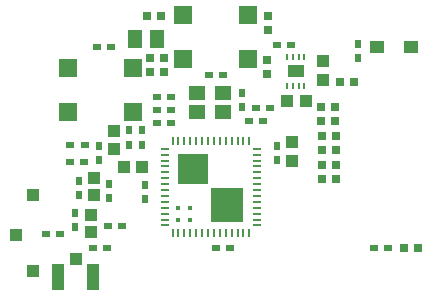
<source format=gbp>
G04 Layer_Color=128*
%FSLAX25Y25*%
%MOIN*%
G70*
G01*
G75*
%ADD43R,0.03150X0.02362*%
%ADD44R,0.03150X0.02756*%
%ADD45R,0.02756X0.03150*%
%ADD46R,0.05118X0.05906*%
%ADD47R,0.02362X0.03150*%
%ADD48R,0.05906X0.05906*%
%ADD49R,0.03937X0.03937*%
%ADD50R,0.03937X0.03937*%
%ADD51R,0.05512X0.04724*%
%ADD52R,0.10906X0.11417*%
%ADD53O,0.02835X0.00984*%
%ADD54O,0.00984X0.02835*%
%ADD55R,0.10315X0.10315*%
%ADD56R,0.01378X0.01378*%
%ADD57R,0.03937X0.04331*%
%ADD58R,0.04331X0.03937*%
%ADD61R,0.04921X0.04134*%
%ADD62R,0.04134X0.08661*%
%ADD63R,0.03937X0.04134*%
%ADD113R,0.00984X0.01969*%
%ADD114R,0.00984X0.01969*%
%ADD115R,0.05610X0.04488*%
%ADD116R,0.01181X0.00000*%
D43*
X86494Y4133D02*
D03*
X81770D02*
D03*
X83071Y71161D02*
D03*
X87795D02*
D03*
X180315Y4331D02*
D03*
X175591D02*
D03*
X127657Y4134D02*
D03*
X122933D02*
D03*
X107809Y45782D02*
D03*
X103084D02*
D03*
X86811Y11417D02*
D03*
X91535D02*
D03*
X74311Y32972D02*
D03*
X79035D02*
D03*
X79069Y38696D02*
D03*
X74344D02*
D03*
X66321Y8954D02*
D03*
X71045D02*
D03*
X107809Y54444D02*
D03*
X103084D02*
D03*
X107809Y50113D02*
D03*
X103084D02*
D03*
X120638Y61992D02*
D03*
X125362D02*
D03*
X136155Y50900D02*
D03*
X140880D02*
D03*
X133793Y46570D02*
D03*
X138517D02*
D03*
X143110Y71752D02*
D03*
X147835D02*
D03*
D44*
X99777Y81672D02*
D03*
X104501D02*
D03*
X190256Y4331D02*
D03*
X185531D02*
D03*
X162894Y41535D02*
D03*
X158169D02*
D03*
X162894Y36811D02*
D03*
X158169D02*
D03*
X164075Y59547D02*
D03*
X168799D02*
D03*
D45*
X140220Y76751D02*
D03*
Y81476D02*
D03*
X105682Y67601D02*
D03*
Y62877D02*
D03*
X162697Y46457D02*
D03*
Y51181D02*
D03*
X157972Y51181D02*
D03*
Y46457D02*
D03*
X100958Y67601D02*
D03*
Y62877D02*
D03*
X139961Y67027D02*
D03*
Y62303D02*
D03*
X162992Y27165D02*
D03*
Y31890D02*
D03*
X158268Y31890D02*
D03*
Y27165D02*
D03*
D46*
X103223Y73997D02*
D03*
X95742D02*
D03*
D47*
X170177Y67421D02*
D03*
Y72146D02*
D03*
X87303Y20965D02*
D03*
Y25689D02*
D03*
X83760Y38287D02*
D03*
Y33563D02*
D03*
X75787Y16043D02*
D03*
Y11319D02*
D03*
X77067Y26575D02*
D03*
Y21850D02*
D03*
X94029Y43420D02*
D03*
Y38696D02*
D03*
X98360Y43420D02*
D03*
Y38696D02*
D03*
X99147Y20585D02*
D03*
Y25310D02*
D03*
X131431Y51294D02*
D03*
Y56018D02*
D03*
X143242Y38302D02*
D03*
Y33577D02*
D03*
D48*
X133529Y67207D02*
D03*
Y81774D02*
D03*
X111875Y67207D02*
D03*
X111875Y81774D02*
D03*
X95153Y49692D02*
D03*
Y64259D02*
D03*
X73499Y49692D02*
D03*
X73499Y64259D02*
D03*
D49*
X158563Y60138D02*
D03*
Y66437D02*
D03*
X148360Y33184D02*
D03*
Y39483D02*
D03*
X56292Y8437D02*
D03*
X61792Y21937D02*
D03*
Y-3563D02*
D03*
D50*
X152756Y53347D02*
D03*
X146457D02*
D03*
D51*
X116506Y49690D02*
D03*
X125167Y55990D02*
D03*
X125167Y49690D02*
D03*
X116506Y55990D02*
D03*
D52*
X126706Y18617D02*
D03*
D53*
X136470Y37318D02*
D03*
Y35349D02*
D03*
Y33381D02*
D03*
Y31412D02*
D03*
Y29444D02*
D03*
Y27475D02*
D03*
Y25507D02*
D03*
Y23538D02*
D03*
Y21570D02*
D03*
Y19601D02*
D03*
Y17633D02*
D03*
Y15664D02*
D03*
Y13696D02*
D03*
Y11727D02*
D03*
X105919D02*
D03*
Y13696D02*
D03*
Y15664D02*
D03*
Y17633D02*
D03*
Y19601D02*
D03*
Y21570D02*
D03*
Y23538D02*
D03*
Y25507D02*
D03*
Y27475D02*
D03*
Y29444D02*
D03*
Y31412D02*
D03*
Y33381D02*
D03*
Y35349D02*
D03*
Y37318D02*
D03*
D54*
X133990Y9247D02*
D03*
X132021D02*
D03*
X130053D02*
D03*
X128084D02*
D03*
X126116D02*
D03*
X124147D02*
D03*
X122179D02*
D03*
X120210D02*
D03*
X118242D02*
D03*
X116273D02*
D03*
X114305D02*
D03*
X112336D02*
D03*
X110368D02*
D03*
X108399D02*
D03*
Y39798D02*
D03*
X110368D02*
D03*
X112336D02*
D03*
X114305D02*
D03*
X116273D02*
D03*
X118242D02*
D03*
X120210D02*
D03*
X122179D02*
D03*
X124147D02*
D03*
X126116D02*
D03*
X128084D02*
D03*
X130053D02*
D03*
X132021D02*
D03*
X133990D02*
D03*
D55*
X115289Y30428D02*
D03*
D56*
X114305Y17633D02*
D03*
X110368D02*
D03*
X114305Y13696D02*
D03*
X110368D02*
D03*
D57*
X81168Y15340D02*
D03*
Y9434D02*
D03*
X82185Y27657D02*
D03*
Y21752D02*
D03*
X88911Y43223D02*
D03*
Y37318D02*
D03*
D58*
X98163Y31215D02*
D03*
X92258D02*
D03*
D61*
X187894Y71260D02*
D03*
X176673D02*
D03*
D62*
X70276Y-5413D02*
D03*
X81890D02*
D03*
D63*
X76083Y591D02*
D03*
D113*
X152362Y68012D02*
D03*
X152362Y58170D02*
D03*
D114*
X150395Y68010D02*
D03*
X148424Y68012D02*
D03*
X146456Y68010D02*
D03*
X150397Y58170D02*
D03*
X148425Y58169D02*
D03*
X146459Y58169D02*
D03*
D115*
X149415Y63091D02*
D03*
D116*
X149409Y63090D02*
D03*
M02*

</source>
